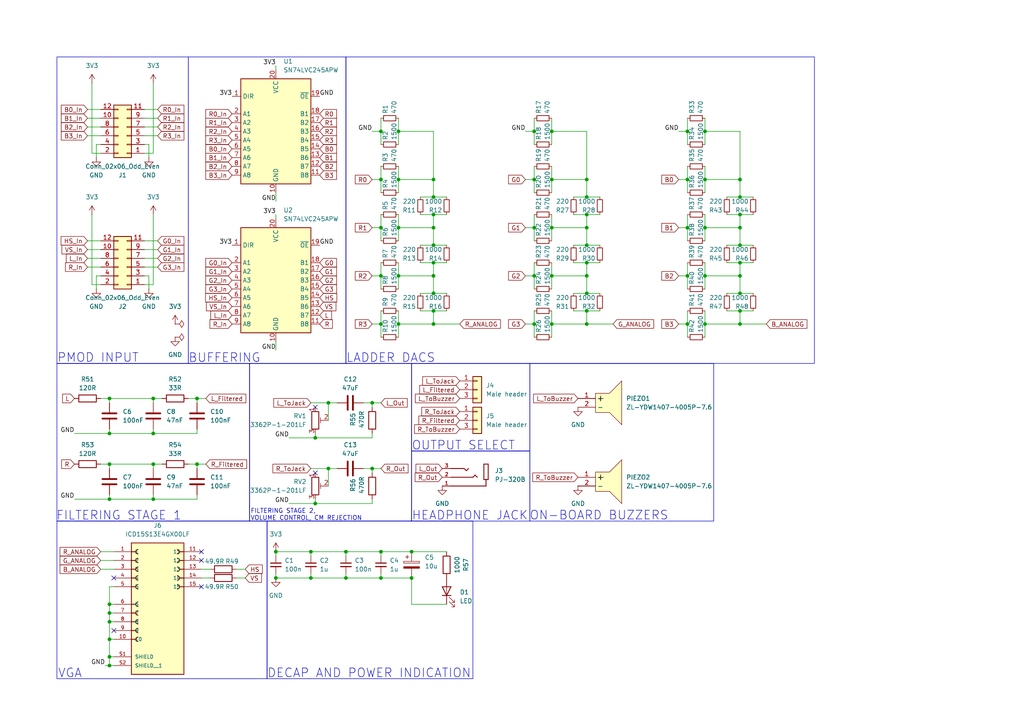
<source format=kicad_sch>
(kicad_sch (version 20231120) (generator "eeschema") (generator_version "8.0")
  (paper "A4")
  (junction (at 160.02 80.01))
  (junction (at 204.47 66.04))
  (junction (at 115.57 38.1))
  (junction (at 119.38 160.02))
  (junction (at 91.44 127))
  (junction (at 100.33 160.02))
  (junction (at 90.17 160.02))
  (junction (at 160.02 93.98))
  (junction (at 199.39 93.98))
  (junction (at 214.63 57.15))
  (junction (at 154.94 66.04))
  (junction (at 170.18 62.23))
  (junction (at 107.95 135.89))
  (junction (at 160.02 52.07))
  (junction (at 160.02 66.04))
  (junction (at 31.75 144.78))
  (junction (at 44.45 144.78))
  (junction (at 154.94 52.07))
  (junction (at 170.18 52.07))
  (junction (at 170.18 90.17))
  (junction (at 214.63 93.98))
  (junction (at 95.25 135.89))
  (junction (at 31.75 115.57))
  (junction (at 204.47 80.01))
  (junction (at 214.63 52.07))
  (junction (at 31.75 175.26))
  (junction (at 160.02 38.1))
  (junction (at 214.63 66.04))
  (junction (at 90.17 167.64))
  (junction (at 170.18 85.09))
  (junction (at 31.75 125.73))
  (junction (at 31.75 190.5))
  (junction (at 170.18 71.12))
  (junction (at 125.73 90.17))
  (junction (at 115.57 66.04))
  (junction (at 57.15 115.57))
  (junction (at 125.73 52.07))
  (junction (at 107.95 116.84))
  (junction (at 199.39 52.07))
  (junction (at 199.39 80.01))
  (junction (at 214.63 71.12))
  (junction (at 154.94 93.98))
  (junction (at 91.44 146.05))
  (junction (at 110.49 160.02))
  (junction (at 125.73 71.12))
  (junction (at 199.39 38.1))
  (junction (at 95.25 116.84))
  (junction (at 125.73 57.15))
  (junction (at 110.49 167.64))
  (junction (at 119.38 167.64))
  (junction (at 204.47 93.98))
  (junction (at 115.57 80.01))
  (junction (at 125.73 66.04))
  (junction (at 110.49 52.07))
  (junction (at 100.33 167.64))
  (junction (at 125.73 85.09))
  (junction (at 214.63 90.17))
  (junction (at 80.01 160.02))
  (junction (at 170.18 66.04))
  (junction (at 31.75 185.42))
  (junction (at 170.18 93.98))
  (junction (at 125.73 93.98))
  (junction (at 214.63 80.01))
  (junction (at 44.45 115.57))
  (junction (at 170.18 76.2))
  (junction (at 125.73 62.23))
  (junction (at 110.49 66.04))
  (junction (at 170.18 80.01))
  (junction (at 31.75 134.62))
  (junction (at 204.47 38.1))
  (junction (at 31.75 177.8))
  (junction (at 110.49 93.98))
  (junction (at 170.18 57.15))
  (junction (at 57.15 134.62))
  (junction (at 115.57 52.07))
  (junction (at 31.75 193.04))
  (junction (at 125.73 76.2))
  (junction (at 214.63 62.23))
  (junction (at 214.63 85.09))
  (junction (at 154.94 80.01))
  (junction (at 110.49 80.01))
  (junction (at 31.75 180.34))
  (junction (at 44.45 125.73))
  (junction (at 125.73 80.01))
  (junction (at 204.47 52.07))
  (junction (at 44.45 134.62))
  (junction (at 154.94 38.1))
  (junction (at 115.57 93.98))
  (junction (at 214.63 76.2))
  (junction (at 80.01 167.64))
  (junction (at 110.49 38.1))
  (junction (at 199.39 66.04))
  (no_connect (at 33.02 167.64))
  (no_connect (at 58.42 162.56))
  (no_connect (at 58.42 170.18))
  (no_connect (at 91.44 118.11))
  (no_connect (at 58.42 160.02))
  (no_connect (at 91.44 137.16))
  (no_connect (at 33.02 182.88))
  (wire (pts (xy 31.75 177.8) (xy 31.75 180.34)))
  (wire (pts (xy 214.63 90.17) (xy 214.63 93.98)))
  (wire (pts (xy 29.21 162.56) (xy 33.02 162.56)))
  (wire (pts (xy 160.02 97.79) (xy 160.02 93.98)))
  (wire (pts (xy 214.63 76.2) (xy 210.82 76.2)))
  (wire (pts (xy 41.91 31.75) (xy 45.72 31.75)))
  (wire (pts (xy 110.49 69.85) (xy 110.49 66.04)))
  (wire (pts (xy 90.17 160.02) (xy 100.33 160.02)))
  (wire (pts (xy 95.25 135.89) (xy 95.25 140.97)))
  (wire (pts (xy 80.01 160.02) (xy 80.01 161.29)))
  (wire (pts (xy 110.49 97.79) (xy 110.49 93.98)))
  (wire (pts (xy 115.57 38.1) (xy 115.57 34.29)))
  (wire (pts (xy 110.49 41.91) (xy 110.49 38.1)))
  (wire (pts (xy 25.4 39.37) (xy 29.21 39.37)))
  (wire (pts (xy 41.91 39.37) (xy 45.72 39.37)))
  (wire (pts (xy 119.38 175.26) (xy 119.38 167.64)))
  (wire (pts (xy 29.21 160.02) (xy 33.02 160.02)))
  (wire (pts (xy 115.57 52.07) (xy 125.73 52.07)))
  (wire (pts (xy 214.63 38.1) (xy 204.47 38.1)))
  (wire (pts (xy 160.02 80.01) (xy 170.18 80.01)))
  (wire (pts (xy 170.18 90.17) (xy 166.37 90.17)))
  (wire (pts (xy 41.91 72.39) (xy 45.72 72.39)))
  (wire (pts (xy 43.18 80.01) (xy 41.91 80.01)))
  (wire (pts (xy 170.18 38.1) (xy 170.18 52.07)))
  (wire (pts (xy 31.75 143.51) (xy 31.75 144.78)))
  (wire (pts (xy 25.4 72.39) (xy 29.21 72.39)))
  (wire (pts (xy 199.39 41.91) (xy 199.39 38.1)))
  (wire (pts (xy 95.25 116.84) (xy 95.25 121.92)))
  (wire (pts (xy 80.01 58.42) (xy 80.01 55.88)))
  (wire (pts (xy 160.02 55.88) (xy 160.02 52.07)))
  (wire (pts (xy 110.49 160.02) (xy 119.38 160.02)))
  (wire (pts (xy 199.39 38.1) (xy 199.39 34.29)))
  (wire (pts (xy 21.59 125.73) (xy 31.75 125.73)))
  (wire (pts (xy 199.39 80.01) (xy 199.39 76.2)))
  (wire (pts (xy 31.75 185.42) (xy 33.02 185.42)))
  (wire (pts (xy 91.44 127) (xy 107.95 127)))
  (wire (pts (xy 25.4 69.85) (xy 29.21 69.85)))
  (wire (pts (xy 41.91 36.83) (xy 45.72 36.83)))
  (wire (pts (xy 29.21 134.62) (xy 31.75 134.62)))
  (wire (pts (xy 196.85 66.04) (xy 199.39 66.04)))
  (wire (pts (xy 54.61 134.62) (xy 57.15 134.62)))
  (wire (pts (xy 170.18 90.17) (xy 170.18 93.98)))
  (wire (pts (xy 41.91 69.85) (xy 45.72 69.85)))
  (wire (pts (xy 173.99 71.12) (xy 170.18 71.12)))
  (wire (pts (xy 170.18 71.12) (xy 166.37 71.12)))
  (wire (pts (xy 91.44 125.73) (xy 91.44 127)))
  (wire (pts (xy 105.41 135.89) (xy 107.95 135.89)))
  (wire (pts (xy 125.73 57.15) (xy 121.92 57.15)))
  (wire (pts (xy 154.94 41.91) (xy 154.94 38.1)))
  (wire (pts (xy 154.94 52.07) (xy 154.94 48.26)))
  (wire (pts (xy 107.95 135.89) (xy 110.49 135.89)))
  (wire (pts (xy 129.54 90.17) (xy 125.73 90.17)))
  (wire (pts (xy 26.67 82.55) (xy 29.21 82.55)))
  (wire (pts (xy 125.73 66.04) (xy 125.73 71.12)))
  (wire (pts (xy 160.02 69.85) (xy 160.02 66.04)))
  (wire (pts (xy 170.18 62.23) (xy 166.37 62.23)))
  (wire (pts (xy 170.18 80.01) (xy 170.18 85.09)))
  (wire (pts (xy 214.63 93.98) (xy 222.25 93.98)))
  (wire (pts (xy 199.39 52.07) (xy 199.39 48.26)))
  (wire (pts (xy 100.33 160.02) (xy 100.33 161.29)))
  (wire (pts (xy 107.95 38.1) (xy 110.49 38.1)))
  (wire (pts (xy 83.82 127) (xy 91.44 127)))
  (wire (pts (xy 214.63 57.15) (xy 210.82 57.15)))
  (wire (pts (xy 115.57 80.01) (xy 115.57 76.2)))
  (wire (pts (xy 100.33 167.64) (xy 110.49 167.64)))
  (wire (pts (xy 26.67 24.13) (xy 26.67 44.45)))
  (wire (pts (xy 27.94 41.91) (xy 27.94 45.72)))
  (wire (pts (xy 107.95 93.98) (xy 110.49 93.98)))
  (wire (pts (xy 107.95 116.84) (xy 107.95 118.11)))
  (wire (pts (xy 31.75 134.62) (xy 44.45 134.62)))
  (wire (pts (xy 199.39 93.98) (xy 199.39 90.17)))
  (wire (pts (xy 110.49 80.01) (xy 110.49 76.2)))
  (wire (pts (xy 115.57 55.88) (xy 115.57 52.07)))
  (wire (pts (xy 91.44 144.78) (xy 91.44 146.05)))
  (wire (pts (xy 105.41 116.84) (xy 107.95 116.84)))
  (wire (pts (xy 54.61 115.57) (xy 57.15 115.57)))
  (wire (pts (xy 160.02 93.98) (xy 170.18 93.98)))
  (wire (pts (xy 25.4 77.47) (xy 29.21 77.47)))
  (wire (pts (xy 214.63 66.04) (xy 214.63 71.12)))
  (wire (pts (xy 110.49 167.64) (xy 110.49 166.37)))
  (wire (pts (xy 44.45 44.45) (xy 41.91 44.45)))
  (wire (pts (xy 214.63 62.23) (xy 214.63 66.04)))
  (wire (pts (xy 57.15 115.57) (xy 59.69 115.57)))
  (wire (pts (xy 218.44 57.15) (xy 214.63 57.15)))
  (wire (pts (xy 31.75 185.42) (xy 31.75 190.5)))
  (wire (pts (xy 218.44 62.23) (xy 214.63 62.23)))
  (wire (pts (xy 204.47 66.04) (xy 214.63 66.04)))
  (wire (pts (xy 44.45 24.13) (xy 44.45 44.45)))
  (wire (pts (xy 31.75 180.34) (xy 33.02 180.34)))
  (wire (pts (xy 170.18 76.2) (xy 170.18 80.01)))
  (wire (pts (xy 41.91 77.47) (xy 45.72 77.47)))
  (wire (pts (xy 95.25 135.89) (xy 97.79 135.89)))
  (wire (pts (xy 154.94 38.1) (xy 154.94 34.29)))
  (wire (pts (xy 154.94 55.88) (xy 154.94 52.07)))
  (wire (pts (xy 110.49 55.88) (xy 110.49 52.07)))
  (wire (pts (xy 160.02 93.98) (xy 160.02 90.17)))
  (wire (pts (xy 196.85 93.98) (xy 199.39 93.98)))
  (wire (pts (xy 60.96 167.64) (xy 58.42 167.64)))
  (wire (pts (xy 125.73 90.17) (xy 121.92 90.17)))
  (wire (pts (xy 31.75 193.04) (xy 33.02 193.04)))
  (wire (pts (xy 57.15 124.46) (xy 57.15 125.73)))
  (wire (pts (xy 152.4 52.07) (xy 154.94 52.07)))
  (wire (pts (xy 44.45 125.73) (xy 57.15 125.73)))
  (wire (pts (xy 91.44 146.05) (xy 107.95 146.05)))
  (wire (pts (xy 27.94 80.01) (xy 27.94 83.82)))
  (wire (pts (xy 110.49 93.98) (xy 110.49 90.17)))
  (wire (pts (xy 214.63 80.01) (xy 214.63 85.09)))
  (wire (pts (xy 115.57 93.98) (xy 115.57 90.17)))
  (wire (pts (xy 154.94 83.82) (xy 154.94 80.01)))
  (wire (pts (xy 29.21 80.01) (xy 27.94 80.01)))
  (wire (pts (xy 154.94 80.01) (xy 154.94 76.2)))
  (wire (pts (xy 31.75 190.5) (xy 31.75 193.04)))
  (wire (pts (xy 125.73 85.09) (xy 121.92 85.09)))
  (wire (pts (xy 31.75 125.73) (xy 44.45 125.73)))
  (wire (pts (xy 44.45 143.51) (xy 44.45 144.78)))
  (wire (pts (xy 31.75 124.46) (xy 31.75 125.73)))
  (wire (pts (xy 43.18 41.91) (xy 43.18 45.72)))
  (wire (pts (xy 204.47 80.01) (xy 214.63 80.01)))
  (wire (pts (xy 129.54 85.09) (xy 125.73 85.09)))
  (wire (pts (xy 27.94 41.91) (xy 29.21 41.91)))
  (wire (pts (xy 31.75 144.78) (xy 44.45 144.78)))
  (wire (pts (xy 170.18 66.04) (xy 170.18 71.12)))
  (wire (pts (xy 31.75 115.57) (xy 44.45 115.57)))
  (wire (pts (xy 80.01 167.64) (xy 90.17 167.64)))
  (wire (pts (xy 33.02 170.18) (xy 31.75 170.18)))
  (wire (pts (xy 160.02 83.82) (xy 160.02 80.01)))
  (wire (pts (xy 80.01 19.05) (xy 80.01 20.32)))
  (wire (pts (xy 57.15 143.51) (xy 57.15 144.78)))
  (wire (pts (xy 125.73 52.07) (xy 125.73 57.15)))
  (wire (pts (xy 110.49 38.1) (xy 110.49 34.29)))
  (wire (pts (xy 204.47 66.04) (xy 204.47 62.23)))
  (wire (pts (xy 154.94 97.79) (xy 154.94 93.98)))
  (wire (pts (xy 129.54 57.15) (xy 125.73 57.15)))
  (wire (pts (xy 204.47 55.88) (xy 204.47 52.07)))
  (wire (pts (xy 60.96 165.1) (xy 58.42 165.1)))
  (wire (pts (xy 107.95 66.04) (xy 110.49 66.04)))
  (wire (pts (xy 80.01 160.02) (xy 90.17 160.02)))
  (wire (pts (xy 129.54 62.23) (xy 125.73 62.23)))
  (wire (pts (xy 115.57 97.79) (xy 115.57 93.98)))
  (wire (pts (xy 57.15 134.62) (xy 57.15 135.89)))
  (wire (pts (xy 218.44 76.2) (xy 214.63 76.2)))
  (wire (pts (xy 204.47 83.82) (xy 204.47 80.01)))
  (wire (pts (xy 115.57 83.82) (xy 115.57 80.01)))
  (wire (pts (xy 152.4 93.98) (xy 154.94 93.98)))
  (wire (pts (xy 218.44 90.17) (xy 214.63 90.17)))
  (wire (pts (xy 204.47 69.85) (xy 204.47 66.04)))
  (wire (pts (xy 44.45 134.62) (xy 46.99 134.62)))
  (wire (pts (xy 110.49 160.02) (xy 110.49 161.29)))
  (wire (pts (xy 125.73 38.1) (xy 115.57 38.1)))
  (wire (pts (xy 30.48 193.04) (xy 31.75 193.04)))
  (wire (pts (xy 214.63 76.2) (xy 214.63 80.01)))
  (wire (pts (xy 25.4 36.83) (xy 29.21 36.83)))
  (wire (pts (xy 90.17 167.64) (xy 100.33 167.64)))
  (wire (pts (xy 214.63 62.23) (xy 210.82 62.23)))
  (wire (pts (xy 31.75 135.89) (xy 31.75 134.62)))
  (wire (pts (xy 115.57 69.85) (xy 115.57 66.04)))
  (wire (pts (xy 71.12 165.1) (xy 68.58 165.1)))
  (wire (pts (xy 170.18 93.98) (xy 177.8 93.98)))
  (wire (pts (xy 33.02 190.5) (xy 31.75 190.5)))
  (wire (pts (xy 107.95 125.73) (xy 107.95 127)))
  (wire (pts (xy 160.02 66.04) (xy 160.02 62.23)))
  (wire (pts (xy 44.45 134.62) (xy 44.45 135.89)))
  (wire (pts (xy 170.18 85.09) (xy 166.37 85.09)))
  (wire (pts (xy 95.25 116.84) (xy 97.79 116.84)))
  (wire (pts (xy 154.94 93.98) (xy 154.94 90.17)))
  (wire (pts (xy 160.02 80.01) (xy 160.02 76.2)))
  (wire (pts (xy 115.57 41.91) (xy 115.57 38.1)))
  (wire (pts (xy 170.18 76.2) (xy 166.37 76.2)))
  (wire (pts (xy 115.57 52.07) (xy 115.57 48.26)))
  (wire (pts (xy 204.47 41.91) (xy 204.47 38.1)))
  (wire (pts (xy 173.99 90.17) (xy 170.18 90.17)))
  (wire (pts (xy 160.02 38.1) (xy 160.02 34.29)))
  (wire (pts (xy 204.47 80.01) (xy 204.47 76.2)))
  (wire (pts (xy 125.73 71.12) (xy 121.92 71.12)))
  (wire (pts (xy 44.45 115.57) (xy 44.45 116.84)))
  (wire (pts (xy 214.63 52.07) (xy 214.63 57.15)))
  (wire (pts (xy 199.39 55.88) (xy 199.39 52.07)))
  (wire (pts (xy 25.4 74.93) (xy 29.21 74.93)))
  (wire (pts (xy 125.73 80.01) (xy 125.73 85.09)))
  (wire (pts (xy 44.45 82.55) (xy 41.91 82.55)))
  (wire (pts (xy 125.73 76.2) (xy 125.73 80.01)))
  (wire (pts (xy 115.57 80.01) (xy 125.73 80.01)))
  (wire (pts (xy 204.47 52.07) (xy 204.47 48.26)))
  (wire (pts (xy 204.47 38.1) (xy 204.47 34.29)))
  (wire (pts (xy 129.54 71.12) (xy 125.73 71.12)))
  (wire (pts (xy 90.17 160.02) (xy 90.17 161.29)))
  (wire (pts (xy 199.39 69.85) (xy 199.39 66.04)))
  (wire (pts (xy 173.99 62.23) (xy 170.18 62.23)))
  (wire (pts (xy 31.75 175.26) (xy 33.02 175.26)))
  (wire (pts (xy 31.75 177.8) (xy 33.02 177.8)))
  (wire (pts (xy 21.59 144.78) (xy 31.75 144.78)))
  (wire (pts (xy 125.73 62.23) (xy 121.92 62.23)))
  (wire (pts (xy 204.47 93.98) (xy 204.47 90.17)))
  (wire (pts (xy 31.75 116.84) (xy 31.75 115.57)))
  (wire (pts (xy 57.15 115.57) (xy 57.15 116.84)))
  (wire (pts (xy 25.4 34.29) (xy 29.21 34.29)))
  (wire (pts (xy 160.02 52.07) (xy 170.18 52.07)))
  (wire (pts (xy 152.4 38.1) (xy 154.94 38.1)))
  (wire (pts (xy 196.85 38.1) (xy 199.39 38.1)))
  (wire (pts (xy 41.91 74.93) (xy 45.72 74.93)))
  (wire (pts (xy 173.99 57.15) (xy 170.18 57.15)))
  (wire (pts (xy 125.73 62.23) (xy 125.73 66.04)))
  (wire (pts (xy 44.45 62.23) (xy 44.45 82.55)))
  (wire (pts (xy 125.73 76.2) (xy 121.92 76.2)))
  (wire (pts (xy 218.44 71.12) (xy 214.63 71.12)))
  (wire (pts (xy 173.99 85.09) (xy 170.18 85.09)))
  (wire (pts (xy 160.02 52.07) (xy 160.02 48.26)))
  (wire (pts (xy 26.67 44.45) (xy 29.21 44.45)))
  (wire (pts (xy 90.17 116.84) (xy 95.25 116.84)))
  (wire (pts (xy 129.54 76.2) (xy 125.73 76.2)))
  (wire (pts (xy 115.57 66.04) (xy 125.73 66.04)))
  (wire (pts (xy 41.91 34.29) (xy 45.72 34.29)))
  (wire (pts (xy 107.95 52.07) (xy 110.49 52.07)))
  (wire (pts (xy 199.39 97.79) (xy 199.39 93.98)))
  (wire (pts (xy 115.57 66.04) (xy 115.57 62.23)))
  (wire (pts (xy 31.75 180.34) (xy 31.75 185.42)))
  (wire (pts (xy 29.21 115.57) (xy 31.75 115.57)))
  (wire (pts (xy 31.75 175.26) (xy 31.75 177.8)))
  (wire (pts (xy 199.39 66.04) (xy 199.39 62.23)))
  (wire (pts (xy 43.18 41.91) (xy 41.91 41.91)))
  (wire (pts (xy 80.01 62.23) (xy 80.01 63.5)))
  (wire (pts (xy 160.02 66.04) (xy 170.18 66.04)))
  (wire (pts (xy 44.45 115.57) (xy 46.99 115.57)))
  (wire (pts (xy 154.94 66.04) (xy 154.94 62.23)))
  (wire (pts (xy 110.49 83.82) (xy 110.49 80.01)))
  (wire (pts (xy 214.63 90.17) (xy 210.82 90.17)))
  (wire (pts (xy 71.12 167.64) (xy 68.58 167.64)))
  (wire (pts (xy 125.73 93.98) (xy 133.35 93.98)))
  (wire (pts (xy 214.63 38.1) (xy 214.63 52.07)))
  (wire (pts (xy 90.17 167.64) (xy 90.17 166.37)))
  (wire (pts (xy 80.01 167.64) (xy 80.01 166.37)))
  (wire (pts (xy 119.38 160.02) (xy 129.54 160.02)))
  (wire (pts (xy 83.82 146.05) (xy 91.44 146.05)))
  (wire (pts (xy 214.63 85.09) (xy 210.82 85.09)))
  (wire (pts (xy 204.47 97.79) (xy 204.47 93.98)))
  (wire (pts (xy 204.47 93.98) (xy 214.63 93.98)))
  (wire (pts (xy 29.21 165.1) (xy 33.02 165.1)))
  (wire (pts (xy 43.18 80.01) (xy 43.18 83.82)))
  (wire (pts (xy 199.39 83.82) (xy 199.39 80.01)))
  (wire (pts (xy 110.49 167.64) (xy 119.38 167.64)))
  (wire (pts (xy 110.49 66.04) (xy 110.49 62.23)))
  (wire (pts (xy 152.4 66.04) (xy 154.94 66.04)))
  (wire (pts (xy 152.4 80.01) (xy 154.94 80.01)))
  (wire (pts (xy 170.18 57.15) (xy 166.37 57.15)))
  (wire (pts (xy 107.95 116.84) (xy 110.49 116.84)))
  (wire (pts (xy 129.54 175.26) (xy 119.38 175.26)))
  (wire (pts (xy 196.85 52.07) (xy 199.39 52.07)))
  (wire (pts (xy 31.75 170.18) (xy 31.75 175.26)))
  (wire (pts (xy 125.73 38.1) (xy 125.73 52.07)))
  (wire (pts (xy 196.85 80.01) (xy 199.39 80.01)))
  (wire (pts (xy 204.47 52.07) (xy 214.63 52.07)))
  (wire (pts (xy 107.95 144.78) (xy 107.95 146.05)))
  (wire (pts (xy 25.4 31.75) (xy 29.21 31.75)))
  (wire (pts (xy 107.95 135.89) (xy 107.95 137.16)))
  (wire (pts (xy 26.67 62.23) (xy 26.67 82.55)))
  (wire (pts (xy 173.99 76.2) (xy 170.18 76.2)))
  (wire (pts (xy 100.33 167.64) (xy 100.33 166.37)))
  (wire (pts (xy 57.15 134.62) (xy 59.69 134.62)))
  (wire (pts (xy 154.94 69.85) (xy 154.94 66.04)))
  (wire (pts (xy 214.63 71.12) (xy 210.82 71.12)))
  (wire (pts (xy 107.95 80.01) (xy 110.49 80.01)))
  (wire (pts (xy 44.45 124.46) (xy 44.45 125.73)))
  (wire (pts (xy 170.18 38.1) (xy 160.02 38.1)))
  (wire (pts (xy 110.49 52.07) (xy 110.49 48.26)))
  (wire (pts (xy 115.57 93.98) (xy 125.73 93.98)))
  (wire (pts (xy 125.73 90.17) (xy 125.73 93.98)))
  (wire (pts (xy 160.02 41.91) (xy 160.02 38.1)))
  (wire (pts (xy 44.45 144.78) (xy 57.15 144.78)))
  (wire (pts (xy 80.01 99.06) (xy 80.01 101.6)))
  (wire (pts (xy 170.18 52.07) (xy 170.18 57.15)))
  (wire (pts (xy 218.44 85.09) (xy 214.63 85.09)))
  (wire (pts (xy 90.17 135.89) (xy 95.25 135.89)))
  (wire (pts (xy 170.18 62.23) (xy 170.18 66.04)))
  (wire (pts (xy 100.33 160.02) (xy 110.49 160.02)))
  (rectangle (start 16.51 151.13) (end 77.47 196.85))
  (rectangle (start 119.38 130.81) (end 153.67 151.13))
  (rectangle (start 16.51 105.41) (end 72.39 151.13))
  (rectangle (start 72.39 105.41) (end 119.38 151.13))
  (rectangle (start 16.51 16.51) (end 54.61 105.41))
  (rectangle (start 100.33 16.51) (end 236.22 105.41))
  (rectangle (start 153.67 105.41) (end 207.01 151.13))
  (rectangle (start 119.38 105.41) (end 153.67 130.81))
  (rectangle (start 54.61 16.51) (end 100.33 105.41))
  (rectangle (start 77.47 151.13) (end 137.16 196.85))
  (text "BUFFERING\n" (at 54.61 105.41 0) (effects (font (size 2.54 2.54)) (justify left bottom)))
  (text "PMOD INPUT" (at 28.448 103.886 0) (effects (font (size 2.54 2.54))))
  (text "LADDER DACS" (at 100.33 105.41 0) (effects (font (size 2.54 2.54)) (justify left bottom)))
  (text "FILTERING STAGE 2,\nVOLUME CONTROL, CM REJECTION" (at 72.644 151.13 0) (effects (font (size 1.27 1.27)) (justify left bottom)))
  (text "DECAP AND POWER INDICATION" (at 77.47 196.85 0) (effects (font (size 2.54 2.54)) (justify left bottom)))
  (text "HEADPHONE JACK" (at 119.38 151.13 0) (effects (font (size 2.54 2.54)) (justify left bottom)))
  (text "OUTPUT SELECT" (at 119.38 130.81 0) (effects (font (size 2.54 2.54)) (justify left bottom)))
  (text "VGA" (at 16.764 196.85 0) (effects (font (size 2.54 2.54)) (justify left bottom)))
  (text "ON-BOARD BUZZERS" (at 173.736 149.606 0) (effects (font (size 2.54 2.54))))
  (text "FILTERING STAGE 1" (at 16.256 151.13 0) (effects (font (size 2.54 2.54)) (justify left bottom)))
  (label "3V3" (at 67.31 27.94 180))
  (label "GND" (at 21.59 144.78 180))
  (label "GND" (at 21.59 125.73 180))
  (label "GND" (at 92.71 71.12 0))
  (label "3V3" (at 67.31 71.12 180))
  (label "GND" (at 80.01 58.42 180))
  (label "GND" (at 80.01 101.6 180))
  (label "3V3" (at 80.01 19.05 180))
  (label "GND" (at 152.4 38.1 180))
  (label "GND" (at 92.71 27.94 0))
  (label "GND" (at 107.95 38.1 180))
  (label "GND" (at 30.48 193.04 180))
  (label "GND" (at 196.85 38.1 180))
  (label "GND" (at 83.82 146.05 180))
  (label "GND" (at 83.82 127 180))
  (label "3V3" (at 80.01 62.23 180))
  (global_label "R1_In" (shape input) (at 45.72 34.29 0) (property "Intersheetrefs" "${INTERSHEET_REFS}" (effects (hide yes))))
  (global_label "L_ToBuzzer" (shape input) (at 133.35 115.57 180) (property "Intersheetrefs" "${INTERSHEET_REFS}" (effects (hide yes))))
  (global_label "B3_In" (shape input) (at 67.31 50.8 180) (property "Intersheetrefs" "${INTERSHEET_REFS}" (effects (hide yes))))
  (global_label "R0_In" (shape input) (at 67.31 33.02 180) (property "Intersheetrefs" "${INTERSHEET_REFS}" (effects (hide yes))))
  (global_label "HS" (shape input) (at 92.71 86.36 0) (property "Intersheetrefs" "${INTERSHEET_REFS}" (effects (hide yes))))
  (global_label "R1" (shape input) (at 107.95 66.04 180) (property "Intersheetrefs" "${INTERSHEET_REFS}" (effects (hide yes))))
  (global_label "L_ToBuzzer" (shape input) (at 167.64 115.57 180) (property "Intersheetrefs" "${INTERSHEET_REFS}" (effects (hide yes))))
  (global_label "B1" (shape input) (at 196.85 66.04 180) (property "Intersheetrefs" "${INTERSHEET_REFS}" (effects (hide yes))))
  (global_label "G1_In" (shape input) (at 67.31 78.74 180) (property "Intersheetrefs" "${INTERSHEET_REFS}" (effects (hide yes))))
  (global_label "B2" (shape input) (at 196.85 80.01 180) (property "Intersheetrefs" "${INTERSHEET_REFS}" (effects (hide yes))))
  (global_label "L_Out" (shape input) (at 128.27 135.89 180) (property "Intersheetrefs" "${INTERSHEET_REFS}" (effects (hide yes))))
  (global_label "L" (shape input) (at 92.71 91.44 0) (property "Intersheetrefs" "${INTERSHEET_REFS}" (effects (hide yes))))
  (global_label "L_Filtered" (shape input) (at 133.35 113.03 180) (property "Intersheetrefs" "${INTERSHEET_REFS}" (effects (hide yes))))
  (global_label "G_ANALOG" (shape input) (at 29.21 162.56 180) (property "Intersheetrefs" "${INTERSHEET_REFS}" (effects (hide yes))))
  (global_label "G0" (shape input) (at 152.4 52.07 180) (property "Intersheetrefs" "${INTERSHEET_REFS}" (effects (hide yes))))
  (global_label "R_ToJack" (shape input) (at 90.17 135.89 180) (property "Intersheetrefs" "${INTERSHEET_REFS}" (effects (hide yes))))
  (global_label "HS" (shape input) (at 71.12 165.1 0) (property "Intersheetrefs" "${INTERSHEET_REFS}" (effects (hide yes))))
  (global_label "L" (shape input) (at 21.59 115.57 180) (property "Intersheetrefs" "${INTERSHEET_REFS}" (effects (hide yes))))
  (global_label "VS_In" (shape input) (at 25.4 72.39 180) (property "Intersheetrefs" "${INTERSHEET_REFS}" (effects (hide yes))))
  (global_label "G1" (shape input) (at 92.71 78.74 0) (property "Intersheetrefs" "${INTERSHEET_REFS}" (effects (hide yes))))
  (global_label "R3_In" (shape input) (at 67.31 40.64 180) (property "Intersheetrefs" "${INTERSHEET_REFS}" (effects (hide yes))))
  (global_label "R_Out" (shape input) (at 128.27 138.43 180) (property "Intersheetrefs" "${INTERSHEET_REFS}" (effects (hide yes))))
  (global_label "L_ToJack" (shape input) (at 133.35 110.49 180) (property "Intersheetrefs" "${INTERSHEET_REFS}" (effects (hide yes))))
  (global_label "R" (shape input) (at 92.71 93.98 0) (property "Intersheetrefs" "${INTERSHEET_REFS}" (effects (hide yes))))
  (global_label "B2_In" (shape input) (at 25.4 36.83 180) (property "Intersheetrefs" "${INTERSHEET_REFS}" (effects (hide yes))))
  (global_label "G2_In" (shape input) (at 45.72 74.93 0) (property "Intersheetrefs" "${INTERSHEET_REFS}" (effects (hide yes))))
  (global_label "G3_In" (shape input) (at 45.72 77.47 0) (property "Intersheetrefs" "${INTERSHEET_REFS}" (effects (hide yes))))
  (global_label "R2_In" (shape input) (at 67.31 38.1 180) (property "Intersheetrefs" "${INTERSHEET_REFS}" (effects (hide yes))))
  (global_label "G2_In" (shape input) (at 67.31 81.28 180) (property "Intersheetrefs" "${INTERSHEET_REFS}" (effects (hide yes))))
  (global_label "R3" (shape input) (at 92.71 40.64 0) (property "Intersheetrefs" "${INTERSHEET_REFS}" (effects (hide yes))))
  (global_label "R_ToJack" (shape input) (at 133.35 119.38 180) (property "Intersheetrefs" "${INTERSHEET_REFS}" (effects (hide yes))))
  (global_label "G2" (shape input) (at 92.71 81.28 0) (property "Intersheetrefs" "${INTERSHEET_REFS}" (effects (hide yes))))
  (global_label "B2_In" (shape input) (at 67.31 48.26 180) (property "Intersheetrefs" "${INTERSHEET_REFS}" (effects (hide yes))))
  (global_label "R_Out" (shape input) (at 110.49 135.89 0) (property "Intersheetrefs" "${INTERSHEET_REFS}" (effects (hide yes))))
  (global_label "R0" (shape input) (at 92.71 33.02 0) (property "Intersheetrefs" "${INTERSHEET_REFS}" (effects (hide yes))))
  (global_label "HS_In" (shape input) (at 67.31 86.36 180) (property "Intersheetrefs" "${INTERSHEET_REFS}" (effects (hide yes))))
  (global_label "L_ToJack" (shape input) (at 90.17 116.84 180) (property "Intersheetrefs" "${INTERSHEET_REFS}" (effects (hide yes))))
  (global_label "B3_In" (shape input) (at 25.4 39.37 180) (property "Intersheetrefs" "${INTERSHEET_REFS}" (effects (hide yes))))
  (global_label "R_In" (shape input) (at 25.4 77.47 180) (property "Intersheetrefs" "${INTERSHEET_REFS}" (effects (hide yes))))
  (global_label "B3" (shape input) (at 196.85 93.98 180) (property "Intersheetrefs" "${INTERSHEET_REFS}" (effects (hide yes))))
  (global_label "B1_In" (shape input) (at 25.4 34.29 180) (property "Intersheetrefs" "${INTERSHEET_REFS}" (effects (hide yes))))
  (global_label "R_In" (shape input) (at 67.31 93.98 180) (property "Intersheetrefs" "${INTERSHEET_REFS}" (effects (hide yes))))
  (global_label "R3_In" (shape input) (at 45.72 39.37 0) (property "Intersheetrefs" "${INTERSHEET_REFS}" (effects (hide yes))))
  (global_label "G3" (shape input) (at 92.71 83.82 0) (property "Intersheetrefs" "${INTERSHEET_REFS}" (effects (hide yes))))
  (global_label "B_ANALOG" (shape input) (at 29.21 165.1 180) (property "Intersheetrefs" "${INTERSHEET_REFS}" (effects (hide yes))))
  (global_label "R_ToBuzzer" (shape input) (at 133.35 124.46 180) (property "Intersheetrefs" "${INTERSHEET_REFS}" (effects (hide yes))))
  (global_label "G3" (shape input) (at 152.4 93.98 180) (property "Intersheetrefs" "${INTERSHEET_REFS}" (effects (hide yes))))
  (global_label "VS" (shape input) (at 71.12 167.64 0) (property "Intersheetrefs" "${INTERSHEET_REFS}" (effects (hide yes))))
  (global_label "B1_In" (shape input) (at 67.31 45.72 180) (property "Intersheetrefs" "${INTERSHEET_REFS}" (effects (hide yes))))
  (global_label "G1_In" (shape input) (at 45.72 72.39 0) (property "Intersheetrefs" "${INTERSHEET_REFS}" (effects (hide yes))))
  (global_label "R2_In" (shape input) (at 45.72 36.83 0) (property "Intersheetrefs" "${INTERSHEET_REFS}" (effects (hide yes))))
  (global_label "R1" (shape input) (at 92.71 35.56 0) (property "Intersheetrefs" "${INTERSHEET_REFS}" (effects (hide yes))))
  (global_label "R3" (shape input) (at 107.95 93.98 180) (property "Intersheetrefs" "${INTERSHEET_REFS}" (effects (hide yes))))
  (global_label "R1_In" (shape input) (at 67.31 35.56 180) (property "Intersheetrefs" "${INTERSHEET_REFS}" (effects (hide yes))))
  (global_label "R_Filtered" (shape input) (at 59.69 134.62 0) (property "Intersheetrefs" "${INTERSHEET_REFS}" (effects (hide yes))))
  (global_label "R2" (shape input) (at 92.71 38.1 0) (property "Intersheetrefs" "${INTERSHEET_REFS}" (effects (hide yes))))
  (global_label "G0" (shape input) (at 92.71 76.2 0) (property "Intersheetrefs" "${INTERSHEET_REFS}" (effects (hide yes))))
  (global_label "HS_In" (shape input) (at 25.4 69.85 180) (property "Intersheetrefs" "${INTERSHEET_REFS}" (effects (hide yes))))
  (global_label "R_ANALOG" (shape input) (at 29.21 160.02 180) (property "Intersheetrefs" "${INTERSHEET_REFS}" (effects (hide yes))))
  (global_label "VS" (shape input) (at 92.71 88.9 0) (property "Intersheetrefs" "${INTERSHEET_REFS}" (effects (hide yes))))
  (global_label "R_ANALOG" (shape input) (at 133.35 93.98 0) (property "Intersheetrefs" "${INTERSHEET_REFS}" (effects (hide yes))))
  (global_label "G2" (shape input) (at 152.4 80.01 180) (property "Intersheetrefs" "${INTERSHEET_REFS}" (effects (hide yes))))
  (global_label "B0" (shape input) (at 196.85 52.07 180) (property "Intersheetrefs" "${INTERSHEET_REFS}" (effects (hide yes))))
  (global_label "L_In" (shape input) (at 67.31 91.44 180) (property "Intersheetrefs" "${INTERSHEET_REFS}" (effects (hide yes))))
  (global_label "R0" (shape input) (at 107.95 52.07 180) (property "Intersheetrefs" "${INTERSHEET_REFS}" (effects (hide yes))))
  (global_label "R_ToBuzzer" (shape input) (at 167.64 138.43 180) (property "Intersheetrefs" "${INTERSHEET_REFS}" (effects (hide yes))))
  (global_label "G1" (shape input) (at 152.4 66.04 180) (property "Intersheetrefs" "${INTERSHEET_REFS}" (effects (hide yes))))
  (global_label "B0" (shape input) (at 92.71 43.18 0) (property "Intersheetrefs" "${INTERSHEET_REFS}" (effects (hide yes))))
  (global_label "G3_In" (shape input) (at 67.31 83.82 180) (property "Intersheetrefs" "${INTERSHEET_REFS}" (effects (hide yes))))
  (global_label "R" (shape input) (at 21.59 134.62 180) (property "Intersheetrefs" "${INTERSHEET_REFS}" (effects (hide yes))))
  (global_label "G_ANALOG" (shape input) (at 177.8 93.98 0) (property "Intersheetrefs" "${INTERSHEET_REFS}" (effects (hide yes))))
  (global_label "B0_In" (shape input) (at 25.4 31.75 180) (property "Intersheetrefs" "${INTERSHEET_REFS}" (effects (hide yes))))
  (global_label "B1" (shape input) (at 92.71 45.72 0) (property "Intersheetrefs" "${INTERSHEET_REFS}" (effects (hide yes))))
  (global_label "B0_In" (shape input) (at 67.31 43.18 180) (property "Intersheetrefs" "${INTERSHEET_REFS}" (effects (hide yes))))
  (global_label "G0_In" (shape input) (at 67.31 76.2 180) (property "Intersheetrefs" "${INTERSHEET_REFS}" (effects (hide yes))))
  (global_label "R_Filtered" (shape input) (at 133.35 121.92 180) (property "Intersheetrefs" "${INTERSHEET_REFS}" (effects (hide yes))))
  (global_label "B2" (shape input) (at 92.71 48.26 0) (property "Intersheetrefs" "${INTERSHEET_REFS}" (effects (hide yes))))
  (global_label "L_Filtered" (shape input) (at 59.69 115.57 0) (property "Intersheetrefs" "${INTERSHEET_REFS}" (effects (hide yes))))
  (global_label "L_In" (shape input) (at 25.4 74.93 180) (property "Intersheetrefs" "${INTERSHEET_REFS}" (effects (hide yes))))
  (global_label "L_Out" (shape input) (at 110.49 116.84 0) (property "Intersheetrefs" "${INTERSHEET_REFS}" (effects (hide yes))))
  (global_label "G0_In" (shape input) (at 45.72 69.85 0) (property "Intersheetrefs" "${INTERSHEET_REFS}" (effects (hide yes))))
  (global_label "B3" (shape input) (at 92.71 50.8 0) (property "Intersheetrefs" "${INTERSHEET_REFS}" (effects (hide yes))))
  (global_label "R0_In" (shape input) (at 45.72 31.75 0) (property "Intersheetrefs" "${INTERSHEET_REFS}" (effects (hide yes))))
  (global_label "R2" (shape input) (at 107.95 80.01 180) (property "Intersheetrefs" "${INTERSHEET_REFS}" (effects (hide yes))))
  (global_label "VS_In" (shape input) (at 67.31 88.9 180) (property "Intersheetrefs" "${INTERSHEET_REFS}" (effects (hide yes))))
  (global_label "B_ANALOG" (shape input) (at 222.25 93.98 0) (property "Intersheetrefs" "${INTERSHEET_REFS}" (effects (hide yes))))
  (symbol (lib_id "Device:C") (at 101.6 135.89 270) (unit 1)
    (property "Reference" "C13" (at 101.6 129.032 90))
    (property "Value" "47uF" (at 101.6 131.572 90))
    (property "Footprint" "Capacitor_SMD:C_0603_1608Metric" (effects (hide yes)))
    (property "Description" "Unpolarized capacitor" (effects (hide yes)))
    (property "LCSC Part" "C16780" (effects (hide yes)))
  )
  (symbol (lib_id "Device:R") (at 107.95 140.97 0) (unit 1)
    (property "Reference" "R56" (at 102.362 140.716 90))
    (property "Value" "470R" (at 104.902 140.716 90))
    (property "Footprint" "Resistor_SMD:R_0603_1608Metric" (effects (hide yes)))
    (property "Description" "Resistor" (effects (hide yes)))
    (property "LCSC Part" "C23179" (effects (hide yes)))
  )
  (symbol (lib_id "Device:R_Small") (at 129.54 87.63 180) (unit 1)
    (property "Reference" "R16" (at 128.27 88.9 0) (effects (justify left)))
    (property "Value" "1000" (at 128.27 86.36 0) (effects (justify left)))
    (property "Footprint" "Resistor_SMD:R_0402_1005Metric" (effects (hide yes)))
    (property "MPN" "RCC04021K50FKED" (effects (hide yes)))
  )
  (symbol (lib_id "Device:R_Small") (at 113.03 97.79 90) (unit 1)
    (property "Reference" "R10" (at 111.76 96.52 0) (effects (justify left)))
    (property "Value" "1500" (at 114.3 96.52 0) (effects (justify left)))
    (property "Footprint" "Resistor_SMD:R_0402_1005Metric" (effects (hide yes)))
    (property "MPN" "RCC04021K50FKED" (effects (hide yes)))
  )
  (symbol (lib_id "Device:R_Potentiometer_Trim") (at 91.44 121.92 0) (unit 1)
    (property "Reference" "RV1" (at 88.9 120.6499 0) (effects (justify right)))
    (property "Value" "3362P-1-201LF" (at 88.9 123.1899 0) (effects (justify right)))
    (property "Footprint" "LCSC:TRIM_3362P-1-102" (effects (hide yes)))
    (property "Description" "Trim-potentiometer" (effects (hide yes)))
    (property "LCSC Part" "C124581" (effects (hide yes)))
  )
  (symbol (lib_id "Device:R_Small") (at 113.03 34.29 90) (unit 1)
    (property "Reference" "R1" (at 111.76 33.02 0) (effects (justify left)))
    (property "Value" "470" (at 114.3 33.02 0) (effects (justify left)))
    (property "Footprint" "Resistor_SMD:R_0402_1005Metric" (effects (hide yes)))
    (property "MPN" "RCC04021K50FKED" (effects (hide yes)))
  )
  (symbol (lib_id "Device:C_Small") (at 100.33 163.83 0) (unit 1)
    (property "Reference" "C3" (at 102.87 162.5662 0) (effects (justify left)))
    (property "Value" "100n" (at 102.87 165.1062 0) (effects (justify left)))
    (property "Footprint" "Capacitor_SMD:C_0603_1608Metric" (effects (hide yes)))
    (property "MPN" "CGA3E3X7S2A104M080AB" (effects (hide yes)))
  )
  (symbol (lib_id "Device:R_Small") (at 113.03 83.82 90) (unit 1)
    (property "Reference" "R8" (at 111.76 82.55 0) (effects (justify left)))
    (property "Value" "1500" (at 114.3 82.55 0) (effects (justify left)))
    (property "Footprint" "Resistor_SMD:R_0402_1005Metric" (effects (hide yes)))
    (property "MPN" "RCC04021K50FKED" (effects (hide yes)))
  )
  (symbol (lib_id "Device:R_Small") (at 201.93 55.88 90) (unit 1)
    (property "Reference" "R36" (at 200.66 54.61 0) (effects (justify left)))
    (property "Value" "1500" (at 203.2 54.61 0) (effects (justify left)))
    (property "Footprint" "Resistor_SMD:R_0402_1005Metric" (effects (hide yes)))
    (property "MPN" "RCC04021K50FKED" (effects (hide yes)))
  )
  (symbol (lib_id "Device:C_Small") (at 80.01 163.83 0) (unit 1)
    (property "Reference" "C1" (at 82.55 162.5663 0) (effects (justify left)))
    (property "Value" "100n" (at 82.55 165.1063 0) (effects (justify left)))
    (property "Footprint" "Capacitor_SMD:C_0603_1608Metric" (effects (hide yes)))
    (property "MPN" "CGA3E3X7S2A104M080AB" (effects (hide yes)))
  )
  (symbol (lib_id "Device:R_Small") (at 157.48 90.17 90) (unit 1)
    (property "Reference" "R25" (at 156.21 88.9 0) (effects (justify left)))
    (property "Value" "470" (at 158.75 88.9 0) (effects (justify left)))
    (property "Footprint" "Resistor_SMD:R_0402_1005Metric" (effects (hide yes)))
    (property "MPN" "RCC04021K50FKED" (effects (hide yes)))
  )
  (symbol (lib_id "Device:R_Small") (at 113.03 55.88 90) (unit 1)
    (property "Reference" "R4" (at 111.76 54.61 0) (effects (justify left)))
    (property "Value" "1500" (at 114.3 54.61 0) (effects (justify left)))
    (property "Footprint" "Resistor_SMD:R_0402_1005Metric" (effects (hide yes)))
    (property "MPN" "RCC04021K50FKED" (effects (hide yes)))
  )
  (symbol (lib_id "power:GND") (at 128.27 140.97 0) (unit 1)
    (property "Reference" "#PWR015" (effects (hide yes)))
    (property "Value" "GND" (at 128.27 146.05 0))
    (property "Description" "Power symbol creates a global label with name \"GND\" , ground" (effects (hide yes)))
  )
  (symbol (lib_id "Device:R") (at 25.4 134.62 270) (unit 1)
    (property "Reference" "R53" (at 25.4 129.032 90))
    (property "Value" "120R" (at 25.4 131.572 90))
    (property "Footprint" "Resistor_SMD:R_0603_1608Metric" (effects (hide yes)))
    (property "Description" "Resistor" (effects (hide yes)))
    (property "LCSC Part" "C22787" (effects (hide yes)))
  )
  (symbol (lib_id "Device:R_Small") (at 201.93 62.23 90) (unit 1)
    (property "Reference" "R37" (at 200.66 60.96 0) (effects (justify left)))
    (property "Value" "470" (at 203.2 60.96 0) (effects (justify left)))
    (property "Footprint" "Resistor_SMD:R_0402_1005Metric" (effects (hide yes)))
    (property "MPN" "RCC04021K50FKED" (effects (hide yes)))
  )
  (symbol (lib_id "LCSC:ZL-YDW1407-4005P-7.6") (at 172.72 138.43 180) (unit 1)
    (property "Reference" "PIEZO2" (at 181.61 138.4299 0) (effects (justify right)))
    (property "Value" "ZL-YDW1407-4005P-7.6" (at 181.61 140.9699 0) (effects (justify right)))
    (property "Footprint" "LCSC:BUZ-TH_BD14.0-P7.60-D0.7-FD" (effects (hide yes)))
    (property "Datasheet" "https://lcsc.com/product-detail/Buzzers_ZLFY-ZL-YDW1407-4005P-7-6_C219740.html" (effects (hide yes)))
    (property "LCSC Part" "C219740" (effects (hide yes)))
  )
  (symbol (lib_id "Device:R_Small") (at 201.93 97.79 90) (unit 1)
    (property "Reference" "R42" (at 200.66 96.52 0) (effects (justify left)))
    (property "Value" "1500" (at 203.2 96.52 0) (effects (justify left)))
    (property "Footprint" "Resistor_SMD:R_0402_1005Metric" (effects (hide yes)))
    (property "MPN" "RCC04021K50FKED" (effects (hide yes)))
  )
  (symbol (lib_id "Device:R_Small") (at 201.93 48.26 90) (unit 1)
    (property "Reference" "R35" (at 200.66 46.99 0) (effects (justify left)))
    (property "Value" "470" (at 203.2 46.99 0) (effects (justify left)))
    (property "Footprint" "Resistor_SMD:R_0402_1005Metric" (effects (hide yes)))
    (property "MPN" "RCC04021K50FKED" (effects (hide yes)))
  )
  (symbol (lib_id "Device:R_Small") (at 166.37 87.63 180) (unit 1)
    (property "Reference" "R31" (at 165.1 88.9 0) (effects (justify left)))
    (property "Value" "220" (at 165.1 86.36 0) (effects (justify left)))
    (property "Footprint" "Resistor_SMD:R_0402_1005Metric" (effects (hide yes)))
    (property "MPN" "RCC04021K50FKED" (effects (hide yes)))
  )
  (symbol (lib_id "Device:R_Small") (at 157.48 55.88 90) (unit 1)
    (property "Reference" "R20" (at 156.21 54.61 0) (effects (justify left)))
    (property "Value" "1500" (at 158.75 54.61 0) (effects (justify left)))
    (property "Footprint" "Resistor_SMD:R_0402_1005Metric" (effects (hide yes)))
    (property "MPN" "RCC04021K50FKED" (effects (hide yes)))
  )
  (symbol (lib_id "LCSC:ZL-YDW1407-4005P-7.6") (at 172.72 115.57 180) (unit 1)
    (property "Reference" "PIEZO1" (at 181.61 115.5699 0) (effects (justify right)))
    (property "Value" "ZL-YDW1407-4005P-7.6" (at 181.61 118.1099 0) (effects (justify right)))
    (property "Footprint" "LCSC:BUZ-TH_BD14.0-P7.60-D0.7-FD" (effects (hide yes)))
    (property "Datasheet" "https://lcsc.com/product-detail/Buzzers_ZLFY-ZL-YDW1407-4005P-7-6_C219740.html" (effects (hide yes)))
    (property "LCSC Part" "C219740" (effects (hide yes)))
  )
  (symbol (lib_id "Device:R_Small") (at 113.03 41.91 90) (unit 1)
    (property "Reference" "R2" (at 111.76 40.64 0) (effects (justify left)))
    (property "Value" "1500" (at 114.3 40.64 0) (effects (justify left)))
    (property "Footprint" "Resistor_SMD:R_0402_1005Metric" (effects (hide yes)))
    (property "MPN" "RCC04021K50FKED" (effects (hide yes)))
  )
  (symbol (lib_id "Device:R") (at 25.4 115.57 270) (unit 1)
    (property "Reference" "R51" (at 25.4 109.982 90))
    (property "Value" "120R" (at 25.4 112.522 90))
    (property "Footprint" "Resistor_SMD:R_0603_1608Metric" (effects (hide yes)))
    (property "Description" "Resistor" (effects (hide yes)))
    (property "LCSC Part" "C22787" (effects (hide yes)))
  )
  (symbol (lib_id "Device:R") (at 50.8 134.62 270) (unit 1)
    (property "Reference" "R54" (at 50.8 129.032 90))
    (property "Value" "33R" (at 50.8 131.572 90))
    (property "Footprint" "Resistor_SMD:R_0603_1608Metric" (effects (hide yes)))
    (property "Description" "Resistor" (effects (hide yes)))
    (property "LCSC Part" "C23140" (effects (hide yes)))
  )
  (symbol (lib_id "Device:C") (at 31.75 139.7 0) (unit 1)
    (property "Reference" "C7" (at 35.56 138.4299 0) (effects (justify left)))
    (property "Value" "100nF" (at 35.56 140.9699 0) (effects (justify left)))
    (property "Footprint" "Capacitor_SMD:C_0603_1608Metric" (effects (hide yes)))
    (property "Description" "Unpolarized capacitor" (effects (hide yes)))
    (property "LCSC Part" "C14663" (effects (hide yes)))
  )
  (symbol (lib_id "PJ-320B:PJ-320B") (at 135.89 138.43 180) (unit 1)
    (property "Reference" "J3" (at 143.51 136.5249 0) (effects (justify right)))
    (property "Value" "PJ-320B" (at 143.51 139.0649 0) (effects (justify right)))
    (property "Footprint" "PJ-320B:BOOMELE_PJ-320B" (effects (hide yes)))
    (property "MF" "Luoyang Dishang electronics" (effects (hide yes)))
    (property "MAXIMUM_PACKAGE_HEIGHT" "5mm" (effects (hide yes)))
    (property "Package" "Package" (effects (hide yes)))
    (property "Price" "None" (effects (hide yes)))
    (property "Check_prices" "https://www.snapeda.com/parts/PJ-320B/Luoyang+Dishang+electronics/view-part/?ref=eda" (effects (hide yes)))
    (property "STANDARD" "Manufacturer Recommendation" (effects (hide yes)))
    (property "SnapEDA_Link" "https://www.snapeda.com/parts/PJ-320B/Luoyang+Dishang+electronics/view-part/?ref=snap" (effects (hide yes)))
    (property "MP" "PJ-320B" (effects (hide yes)))
    (property "Description_1" "\nHeadphone jack\n" (effects (hide yes)))
    (property "Availability" "Not in stock" (effects (hide yes)))
    (property "MANUFACTURER" "Luoyang Dishang electronics" (effects (hide yes)))
    (property "LCSC Part" "C2884998" (effects (hide yes)))
  )
  (symbol (lib_id "Device:R_Small") (at 201.93 69.85 90) (unit 1)
    (property "Reference" "R38" (at 200.66 68.58 0) (effects (justify left)))
    (property "Value" "1500" (at 203.2 68.58 0) (effects (justify left)))
    (property "Footprint" "Resistor_SMD:R_0402_1005Metric" (effects (hide yes)))
    (property "MPN" "RCC04021K50FKED" (effects (hide yes)))
  )
  (symbol (lib_id "Device:R_Small") (at 157.48 83.82 90) (unit 1)
    (property "Reference" "R24" (at 156.21 82.55 0) (effects (justify left)))
    (property "Value" "1500" (at 158.75 82.55 0) (effects (justify left)))
    (property "Footprint" "Resistor_SMD:R_0402_1005Metric" (effects (hide yes)))
    (property "MPN" "RCC04021K50FKED" (effects (hide yes)))
  )
  (symbol (lib_id "Logic_LevelTranslator:SN74LVC245APW") (at 80.01 81.28 0) (unit 1)
    (property "Reference" "U2" (at 82.2041 60.96 0) (effects (justify left)))
    (property "Value" "SN74LVC245APW" (at 82.2041 63.5 0) (effects (justify left)))
    (property "Footprint" "Package_SO:TSSOP-20_4.4x6.5mm_P0.65mm" (effects (hide yes)))
    (property "Datasheet" "https://www.ti.com/lit/ds/scas218x/scas218x.pdf" (effects (hide yes)))
    (property "Description" "8-Bit Single-Supply Bus Transceiver With 5V tolerant input voltage and 3-State Outputs 24mA, TSSOP-20" (effects (hide yes)))
  )
  (symbol (lib_id "Device:R") (at 64.77 167.64 270) (mirror x) (unit 1)
    (property "Reference" "R50" (at 67.31 170.18 90))
    (property "Value" "49.9R" (at 62.23 170.18 90))
    (property "Footprint" "Resistor_SMD:R_0402_1005Metric" (effects (hide yes)))
    (property "MPN" "ERJ-2RKF49R9X" (effects (hide yes)))
  )
  (symbol (lib_id "Device:R_Small") (at 157.48 48.26 90) (unit 1)
    (property "Reference" "R19" (at 156.21 46.99 0) (effects (justify left)))
    (property "Value" "470" (at 158.75 46.99 0) (effects (justify left)))
    (property "Footprint" "Resistor_SMD:R_0402_1005Metric" (effects (hide yes)))
    (property "MPN" "RCC04021K50FKED" (effects (hide yes)))
  )
  (symbol (lib_id "Device:R_Small") (at 113.03 48.26 90) (unit 1)
    (property "Reference" "R3" (at 111.76 46.99 0) (effects (justify left)))
    (property "Value" "470" (at 114.3 46.99 0) (effects (justify left)))
    (property "Footprint" "Resistor_SMD:R_0402_1005Metric" (effects (hide yes)))
    (property "MPN" "RCC04021K50FKED" (effects (hide yes)))
  )
  (symbol (lib_id "Device:R_Small") (at 201.93 90.17 90) (unit 1)
    (property "Reference" "R41" (at 200.66 88.9 0) (effects (justify left)))
    (property "Value" "470" (at 203.2 88.9 0) (effects (justify left)))
    (property "Footprint" "Resistor_SMD:R_0402_1005Metric" (effects (hide yes)))
    (property "MPN" "RCC04021K50FKED" (effects (hide yes)))
  )
  (symbol (lib_id "Device:C") (at 57.15 120.65 0) (unit 1)
    (property "Reference" "C10" (at 60.96 119.3799 0) (effects (justify left)))
    (property "Value" "100nF" (at 60.96 121.9199 0) (effects (justify left)))
    (property "Footprint" "Capacitor_SMD:C_0603_1608Metric" (effects (hide yes)))
    (property "Description" "Unpolarized capacitor" (effects (hide yes)))
    (property "LCSC Part" "C14663" (effects (hide yes)))
  )
  (symbol (lib_id "Device:R_Small") (at 166.37 59.69 180) (unit 1)
    (property "Reference" "R27" (at 165.1 60.96 0) (effects (justify left)))
    (property "Value" "220" (at 165.1 58.42 0) (effects (justify left)))
    (property "Footprint" "Resistor_SMD:R_0402_1005Metric" (effects (hide yes)))
    (property "MPN" "RCC04021K50FKED" (effects (hide yes)))
  )
  (symbol (lib_id "Device:R_Small") (at 201.93 83.82 90) (unit 1)
    (property "Reference" "R40" (at 200.66 82.55 0) (effects (justify left)))
    (property "Value" "1500" (at 203.2 82.55 0) (effects (justify left)))
    (property "Footprint" "Resistor_SMD:R_0402_1005Metric" (effects (hide yes)))
    (property "MPN" "RCC04021K50FKED" (effects (hide yes)))
  )
  (symbol (lib_id "Device:R_Small") (at 157.48 41.91 90) (unit 1)
    (property "Reference" "R18" (at 156.21 40.64 0) (effects (justify left)))
    (property "Value" "1500" (at 158.75 40.64 0) (effects (justify left)))
    (property "Footprint" "Resistor_SMD:R_0402_1005Metric" (effects (hide yes)))
    (property "MPN" "RCC04021K50FKED" (effects (hide yes)))
  )
  (symbol (lib_id "Device:R_Small") (at 201.93 34.29 90) (unit 1)
    (property "Reference" "R33" (at 200.66 33.02 0) (effects (justify left)))
    (property "Value" "470" (at 203.2 33.02 0) (effects (justify left)))
    (property "Footprint" "Resistor_SMD:R_0402_1005Metric" (effects (hide yes)))
    (property "MPN" "RCC04021K50FKED" (effects (hide yes)))
  )
  (symbol (lib_id "Device:R_Small") (at 157.48 62.23 90) (unit 1)
    (property "Reference" "R21" (at 156.21 60.96 0) (effects (justify left)))
    (property "Value" "470" (at 158.75 60.96 0) (effects (justify left)))
    (property "Footprint" "Resistor_SMD:R_0402_1005Metric" (effects (hide yes)))
    (property "MPN" "RCC04021K50FKED" (effects (hide yes)))
  )
  (symbol (lib_id "Device:R_Small") (at 121.92 59.69 180) (unit 1)
    (property "Reference" "R11" (at 120.65 60.96 0) (effects (justify left)))
    (property "Value" "220" (at 120.65 58.42 0) (effects (justify left)))
    (property "Footprint" "Resistor_SMD:R_0402_1005Metric" (effects (hide yes)))
    (property "MPN" "RCC04021K50FKED" (effects (hide yes)))
  )
  (symbol (lib_id "Device:R_Potentiometer_Trim") (at 91.44 140.97 0) (unit 1)
    (property "Reference" "RV2" (at 88.9 139.6999 0) (effects (justify right)))
    (property "Value" "3362P-1-201LF" (at 88.9 142.2399 0) (effects (justify right)))
    (property "Footprint" "LCSC:TRIM_3362P-1-102" (effects (hide yes)))
    (property "Description" "Trim-potentiometer" (effects (hide yes)))
    (property "LCSC Part" "C124581" (effects (hide yes)))
  )
  (symbol (lib_id "Device:R_Small") (at 218.44 59.69 180) (unit 1)
    (property "Reference" "R44" (at 217.17 60.96 0) (effects (justify left)))
    (property "Value" "1000" (at 217.17 58.42 0) (effects (justify left)))
    (property "Footprint" "Resistor_SMD:R_0402_1005Metric" (effects (hide yes)))
    (property "MPN" "RCC04021K50FKED" (effects (hide yes)))
  )
  (symbol (lib_id "power:GND") (at 167.64 118.11 0) (unit 1)
    (property "Reference" "#PWR01" (effects (hide yes)))
    (property "Value" "GND" (at 167.64 123.19 0))
    (property "Description" "Power symbol creates a global label with name \"GND\" , ground" (effects (hide yes)))
  )
  (symbol (lib_id "Device:R_Small") (at 121.92 87.63 180) (unit 1)
    (property "Reference" "R15" (at 120.65 88.9 0) (effects (justify left)))
    (property "Value" "220" (at 120.65 86.36 0) (effects (justify left)))
    (property "Footprint" "Resistor_SMD:R_0402_1005Metric" (effects (hide yes)))
    (property "MPN" "RCC04021K50FKED" (effects (hide yes)))
  )
  (symbol (lib_id "Device:R_Small") (at 157.48 97.79 90) (unit 1)
    (property "Reference" "R26" (at 156.21 96.52 0) (effects (justify left)))
    (property "Value" "1500" (at 158.75 96.52 0) (effects (justify left)))
    (property "Footprint" "Resistor_SMD:R_0402_1005Metric" (effects (hide yes)))
    (property "MPN" "RCC04021K50FKED" (effects (hide yes)))
  )
  (symbol (lib_id "Connector_Generic:Conn_02x06_Odd_Even") (at 36.83 77.47 180) (unit 1)
    (property "Reference" "J2" (at 35.56 88.9 0))
    (property "Value" "Conn_02x06_Odd_Even" (at 35.56 86.36 0))
    (property "Footprint" "Connector_PinHeader_2.54mm:PinHeader_2x06_P2.54mm_Horizontal" (effects (hide yes)))
    (property "Description" "Generic connector, double row, 02x06, odd/even pin numbering scheme (row 1 odd numbers, row 2 even numbers), script generated (kicad-library-utils/schlib/autogen/connector/)" (effects (hide yes)))
  )
  (symbol (lib_id "Device:R_Small") (at 173.99 59.69 180) (unit 1)
    (property "Reference" "R28" (at 172.72 60.96 0) (effects (justify left)))
    (property "Value" "1000" (at 172.72 58.42 0) (effects (justify left)))
    (property "Footprint" "Resistor_SMD:R_0402_1005Metric" (effects (hide yes)))
    (property "MPN" "RCC04021K50FKED" (effects (hide yes)))
  )
  (symbol (lib_id "Device:R") (at 50.8 115.57 270) (unit 1)
    (property "Reference" "R52" (at 50.8 109.982 90))
    (property "Value" "33R" (at 50.8 112.522 90))
    (property "Footprint" "Resistor_SMD:R_0603_1608Metric" (effects (hide yes)))
    (property "Description" "Resistor" (effects (hide yes)))
    (property "LCSC Part" "C23140" (effects (hide yes)))
  )
  (symbol (lib_id "Device:C") (at 57.15 139.7 0) (unit 1)
    (property "Reference" "C11" (at 60.96 138.4299 0) (effects (justify left)))
    (property "Value" "100nF" (at 60.96 140.9699 0) (effects (justify left)))
    (property "Footprint" "Capacitor_SMD:C_0603_1608Metric" (effects (hide yes)))
    (property "Description" "Unpolarized capacitor" (effects (hide yes)))
    (property "LCSC Part" "C14663" (effects (hide yes)))
  )
  (symbol (lib_id "Device:R_Small") (at 157.48 69.85 90) (unit 1)
    (property "Reference" "R22" (at 156.21 68.58 0) (effects (justify left)))
    (property "Value" "1500" (at 158.75 68.58 0) (effects (justify left)))
    (property "Footprint" "Resistor_SMD:R_0402_1005Metric" (effects (hide yes)))
    (property "MPN" "RCC04021K50FKED" (effects (hide yes)))
  )
  (symbol (lib_id "power:+3.3V") (at 26.67 24.13 0) (mirror y) (unit 1)
    (property "Reference" "#PWR03" (effects (hide yes)))
    (property "Value" "3V3" (at 26.67 19.05 0))
    (property "Description" "Power symbol creates a global label with name \"+3.3V\"" (effects (hide yes)))
  )
  (symbol (lib_id "ICD15S13E4GX00LF:ICD15S13E4GX00LF") (at 45.72 175.26 0) (unit 1)
    (property "Reference" "J6" (at 45.72 152.4 0))
    (property "Value" "ICD15S13E4GX00LF" (at 45.72 154.94 0))
    (property "Footprint" "ICD15S13E4GX00LF:AMPHENOL_ICD15S13E4GX00LF" (effects (hide yes)))
    (property "PARTREV" "G" (effects (hide yes)))
    (property "STANDARD" "Manufacturer Recommendations" (effects (hide yes)))
    (property "MAXIMUM_PACKAGE_HEIGHT" "12.96mm" (effects (hide yes)))
    (property "MANUFACTURER" "Amphenol" (effects (hide yes)))
  )
  (symbol (lib_id "power:+3.3V") (at 80.01 160.02 0) (unit 1)
    (property "Reference" "#PWR013" (effects (hide yes)))
    (property "Value" "3V3" (at 80.01 154.94 0))
    (property "Description" "Power symbol creates a global label with name \"+3.3V\"" (effects (hide yes)))
  )
  (symbol (lib_id "power:GND") (at 27.94 83.82 0) (mirror y) (unit 1)
    (property "Reference" "#PWR06" (effects (hide yes)))
    (property "Value" "GND" (at 27.94 88.9 0))
    (property "Description" "Power symbol creates a global label with name \"GND\" , ground" (effects (hide yes)))
  )
  (symbol (lib_id "Device:R_Small") (at 173.99 87.63 180) (unit 1)
    (property "Reference" "R32" (at 172.72 88.9 0) (effects (justify left)))
    (property "Value" "1000" (at 172.72 86.36 0) (effects (justify left)))
    (property "Footprint" "Resistor_SMD:R_0402_1005Metric" (effects (hide yes)))
    (property "MPN" "RCC04021K50FKED" (effects (hide yes)))
  )
  (symbol (lib_id "Device:R_Small") (at 218.44 87.63 180) (unit 1)
    (property "Reference" "R48" (at 217.17 88.9 0) (effects (justify left)))
    (property "Value" "1000" (at 217.17 86.36 0) (effects (justify left)))
    (property "Footprint" "Resistor_SMD:R_0402_1005Metric" (effects (hide yes)))
    (property "MPN" "RCC04021K50FKED" (effects (hide yes)))
  )
  (symbol (lib_id "Device:R_Small") (at 210.82 59.69 180) (unit 1)
    (property "Reference" "R43" (at 209.55 60.96 0) (effects (justify left)))
    (property "Value" "220" (at 209.55 58.42 0) (effects (justify left)))
    (property "Footprint" "Resistor_SMD:R_0402_1005Metric" (effects (hide yes)))
    (property "MPN" "RCC04021K50FKED" (effects (hide yes)))
  )
  (symbol (lib_id "Device:R_Small") (at 129.54 59.69 180) (unit 1)
    (property "Reference" "R12" (at 128.27 60.96 0) (effects (justify left)))
    (property "Value" "1000" (at 128.27 58.42 0) (effects (justify left)))
    (property "Footprint" "Resistor_SMD:R_0402_1005Metric" (effects (hide yes)))
    (property "MPN" "RCC04021K50FKED" (effects (hide yes)))
  )
  (symbol (lib_id "Device:C_Small") (at 90.17 163.83 0) (unit 1)
    (property "Reference" "C2" (at 92.71 162.5662 0) (effects (justify left)))
    (property "Value" "1u" (at 92.71 165.1062 0) (effects (justify left)))
    (property "Footprint" "Capacitor_SMD:C_0603_1608Metric" (effects (hide yes)))
    (property "MPN" "CGA3E3X7S2A104M080AB" (effects (hide yes)))
  )
  (symbol (lib_id "power:GND") (at 80.01 167.64 0) (unit 1)
    (property "Reference" "#PWR014" (effects (hide yes)))
    (property "Value" "GND" (at 80.01 172.72 0))
    (property "Description" "Power symbol creates a global label with name \"GND\" , ground" (effects (hide yes)))
  )
  (symbol (lib_id "Device:C") (at 44.45 139.7 0) (unit 1)
    (property "Reference" "C9" (at 48.26 138.4299 0) (effects (justify left)))
    (property "Value" "47nF" (at 48.26 140.9699 0) (effects (justify left)))
    (property "Footprint" "Capacitor_SMD:C_0603_1608Metric" (effects (hide yes)))
    (property "Description" "Unpolarized capacitor" (effects (hide yes)))
    (property "LCSC Part" "C1622" (effects (hide yes)))
  )
  (symbol (lib_id "Connector_Generic:Conn_01x03") (at 138.43 113.03 0) (unit 1)
    (property "Reference" "J4" (at 140.97 111.7599 0) (effects (justify left)))
    (property "Value" "Male header" (at 140.97 114.2999 0) (effects (justify left)))
    (property "Footprint" "Connector_PinHeader_2.54mm:PinHeader_1x03_P2.54mm_Vertical" (effects (hide yes)))
    (property "Description" "Generic connector, single row, 01x03, script generated (kicad-library-utils/schlib/autogen/connector/)" (effects (hide yes)))
    (property "LCSC Part" "C49257" (effects (hide yes)))
  )
  (symbol (lib_id "Device:R_Small") (at 121.92 73.66 180) (unit 1)
    (property "Reference" "R13" (at 120.65 74.93 0) (effects (justify left)))
    (property "Value" "220" (at 120.65 72.39 0) (effects (justify left)))
    (property "Footprint" "Resistor_SMD:R_0402_1005Metric" (effects (hide yes)))
    (property "MPN" "RCC04021K50FKED" (effects (hide yes)))
  )
  (symbol (lib_id "Device:R_Small") (at 210.82 73.66 180) (unit 1)
    (property "Reference" "R45" (at 209.55 74.93 0) (effects (justify left)))
    (property "Value" "220" (at 209.55 72.39 0) (effects (justify left)))
    (property "Footprint" "Resistor_SMD:R_0402_1005Metric" (effects (hide yes)))
    (property "MPN" "RCC04021K50FKED" (effects (hide yes)))
  )
  (symbol (lib_id "Logic_LevelTranslator:SN74LVC245APW") (at 80.01 38.1 0) (unit 1)
    (property "Reference" "U1" (at 82.2041 17.78 0) (effects (justify left)))
    (property "Value" "SN74LVC245APW" (at 82.2041 20.32 0) (effects (justify left)))
    (property "Footprint" "Package_SO:TSSOP-20_4.4x6.5mm_P0.65mm" (effects (hide yes)))
    (property "Datasheet" "https://www.ti.com/lit/ds/scas218x/scas218x.pdf" (effects (hide yes)))
    (property "Description" "8-Bit Single-Supply Bus Transceiver With 5V tolerant input voltage and 3-State Outputs 24mA, TSSOP-20" (effects (hide yes)))
  )
  (symbol (lib_id "power:GND") (at 43.18 83.82 0) (unit 1)
    (property "Reference" "#PWR08" (effects (hide yes)))
    (property "Value" "GND" (at 43.18 88.9 0))
    (property "Description" "Power symbol creates a global label with name \"GND\" , ground" (effects (hide yes)))
  )
  (symbol (lib_id "Device:R_Small") (at 113.03 69.85 90) (unit 1)
    (property "Reference" "R6" (at 111.76 68.58 0) (effects (justify left)))
    (property "Value" "1500" (at 114.3 68.58 0) (effects (justify left)))
    (property "Footprint" "Resistor_SMD:R_0402_1005Metric" (effects (hide yes)))
    (property "MPN" "RCC04021K50FKED" (effects (hide yes)))
  )
  (symbol (lib_id "power:+3.3V") (at 44.45 62.23 0) (unit 1)
    (property "Reference" "#PWR010" (effects (hide yes)))
    (property "Value" "3V3" (at 44.45 57.15 0))
    (property "Description" "Power symbol creates a global label with name \"+3.3V\"" (effects (hide yes)))
  )
  (symbol (lib_id "Device:C") (at 44.45 120.65 0) (unit 1)
    (property "Reference" "C8" (at 48.26 119.3799 0) (effects (justify left)))
    (property "Value" "47nF" (at 48.26 121.9199 0) (effects (justify left)))
    (property "Footprint" "Capacitor_SMD:C_0603_1608Metric" (effects (hide yes)))
    (property "Description" "Unpolarized capacitor" (effects (hide yes)))
    (property "LCSC Part" "C1622" (effects (hide yes)))
  )
  (symbol (lib_id "Device:R_Small") (at 157.48 34.29 90) (unit 1)
    (property "Reference" "R17" (at 156.21 33.02 0) (effects (justify left)))
    (property "Value" "470" (at 158.75 33.02 0) (effects (justify left)))
    (property "Footprint" "Resistor_SMD:R_0402_1005Metric" (effects (hide yes)))
    (property "MPN" "RCC04021K50FKED" (effects (hide yes)))
  )
  (symbol (lib_id "Device:R") (at 107.95 121.92 0) (unit 1)
    (property "Reference" "R55" (at 102.362 121.666 90))
    (property "Value" "470R" (at 104.902 121.666 90))
    (property "Footprint" "Resistor_SMD:R_0603_1608Metric" (effects (hide yes)))
    (property "Description" "Resistor" (effects (hide yes)))
    (property "LCSC Part" "C23179" (effects (hide yes)))
  )
  (symbol (lib_id "Connector_Generic:Conn_01x03") (at 138.43 121.92 0) (unit 1)
    (property "Reference" "J5" (at 140.97 120.6499 0) (effects (justify left)))
    (property "Value" "Male header" (at 140.97 123.1899 0) (effects (justify left)))
    (property "Footprint" "Connector_PinHeader_2.54mm:PinHeader_1x03_P2.54mm_Vertical" (effects (hide yes)))
    (property "Description" "Generic connector, single row, 01x03, script generated (kicad-library-utils/schlib/autogen/connector/)" (effects (hide yes)))
    (property "LCSC Part" "C49257" (effects (hide yes)))
  )
  (symbol (lib_id "power:GND") (at 50.8 97.79 0) (unit 1)
    (property "Reference" "#PWR012" (effects (hide yes)))
    (property "Value" "GND" (at 50.8 102.87 0))
    (property "Description" "Power symbol creates a global label with name \"GND\" , ground" (effects (hide yes)))
  )
  (symbol (lib_id "Device:C") (at 31.75 120.65 0) (unit 1)
    (property "Reference" "C6" (at 35.56 119.3799 0) (effects (justify left)))
    (property "Value" "100nF" (at 35.56 121.9199 0) (effects (justify left)))
    (property "Footprint" "Capacitor_SMD:C_0603_1608Metric" (effects (hide yes)))
    (property "Description" "Unpolarized capacitor" (effects (hide yes)))
    (property "LCSC Part" "C14663" (effects (hide yes)))
  )
  (symbol (lib_id "Device:C_Polarized") (at 119.38 163.83 0) (unit 1)
    (property "Reference" "C5" (at 123.19 161.6709 0) (effects (justify left)))
    (property "Value" "10u" (at 123.19 164.2109 0) (effects (justify left)))
    (property "Footprint" "Capacitor_THT:CP_Radial_D5.0mm_P2.50mm" (effects (hide yes)))
    (property "Description" "Polarized capacitor" (effects (hide yes)))
  )
  (symbol (lib_id "power:PWR_FLAG") (at 50.8 93.98 270) (unit 1)
    (property "Reference" "#FLG01" (effects (hide yes)))
    (property "Value" "PWR_FLAG" (effects (hide yes)))
    (property "Description" "Special symbol for telling ERC where power comes from" (effects (hide yes)))
  )
  (symbol (lib_id "Device:R_Small") (at 113.03 90.17 90) (unit 1)
    (property "Reference" "R9" (at 111.76 88.9 0) (effects (justify left)))
    (property "Value" "470" (at 114.3 88.9 0) (effects (justify left)))
    (property "Footprint" "Resistor_SMD:R_0402_1005Metric" (effects (hide yes)))
    (property "MPN" "RCC04021K50FKED" (effects (hide yes)))
  )
  (symbol (lib_id "Device:LED") (at 129.54 171.45 90) (unit 1)
    (property "Reference" "D1" (at 133.35 171.7674 90) (effects (justify right)))
    (property "Value" "LED" (at 133.35 174.3074 90) (effects (justify right)))
    (property "Footprint" "LED_SMD:LED_0603_1608Metric" (effects (hide yes)))
    (property "Description" "Light emitting diode" (effects (hide yes)))
  )
  (symbol (lib_id "Device:C_Small") (at 110.49 163.83 0) (unit 1)
    (property "Reference" "C4" (at 113.03 162.5663 0) (effects (justify left)))
    (property "Value" "1u" (at 113.03 165.1063 0) (effects (justify left)))
    (property "Footprint" "Capacitor_SMD:C_0603_1608Metric" (effects (hide yes)))
    (property "MPN" "CGA3E3X7S2A104M080AB" (effects (hide yes)))
  )
  (symbol (lib_id "Device:R_Small") (at 166.37 73.66 180) (unit 1)
    (property "Reference" "R29" (at 165.1 74.93 0) (effects (justify left)))
    (property "Value" "220" (at 165.1 72.39 0) (effects (justify left)))
    (property "Footprint" "Resistor_SMD:R_0402_1005Metric" (effects (hide yes)))
    (property "MPN" "RCC04021K50FKED" (effects (hide yes)))
  )
  (symbol (lib_id "power:+3.3V") (at 44.45 24.13 0) (unit 1)
    (property "Reference" "#PWR09" (effects (hide yes)))
    (property "Value" "3V3" (at 44.45 19.05 0))
    (property "Description" "Power symbol creates a global label with name \"+3.3V\"" (effects (hide yes)))
  )
  (symbol (lib_id "Device:R_Small") (at 210.82 87.63 180) (unit 1)
    (property "Reference" "R47" (at 209.55 88.9 0) (effects (justify left)))
    (property "Value" "220" (at 209.55 86.36 0) (effects (justify left)))
    (property "Footprint" "Resistor_SMD:R_0402_1005Metric" (effects (hide yes)))
    (property "MPN" "RCC04021K50FKED" (effects (hide yes)))
  )
  (symbol (lib_id "power:GND") (at 43.18 45.72 0) (unit 1)
    (property "Reference" "#PWR07" (effects (hide yes)))
    (property "Value" "GND" (at 43.18 50.8 0))
    (property "Description" "Power symbol creates a global label with name \"GND\" , ground" (effects (hide yes)))
  )
  (symbol (lib_id "Device:R_Small") (at 173.99 73.66 180) (unit 1)
    (property "Reference" "R30" (at 172.72 74.93 0) (effects (justify left)))
    (property "Value" "1000" (at 172.72 72.39 0) (effects (justify left)))
    (property "Footprint" "Resistor_SMD:R_0402_1005Metric" (effects (hide yes)))
    (property "MPN" "RCC04021K50FKED" (effects (hide yes)))
  )
  (symbol (lib_id "Device:R_Small") (at 113.03 62.23 90) (unit 1)
    (property "Reference" "R5" (at 111.76 60.96 0) (effects (justify left)))
    (property "Value" "470" (at 114.3 60.96 0) (effects (justify left)))
    (property "Footprint" "Resistor_SMD:R_0402_1005Metric" (effects (hide yes)))
    (property "MPN" "RCC04021K50FKED" (effects (hide yes)))
  )
  (symbol (lib_id "power:PWR_FLAG") (at 50.8 97.79 270) (unit 1)
    (property "Reference" "#FLG02" (effects (hide yes)))
    (property "Value" "PWR_FLAG" (effects (hide yes)))
    (property "Description" "Special symbol for telling ERC where power comes from" (effects (hide yes)))
  )
  (symbol (lib_id "Device:R_Small") (at 113.03 76.2 90) (unit 1)
    (property "Reference" "R7" (at 111.76 74.93 0) (effects (justify left)))
    (property "Value" "470" (at 114.3 74.93 0) (effects (justify left)))
    (property "Footprint" "Resistor_SMD:R_0402_1005Metric" (effects (hide yes)))
    (property "MPN" "RCC04021K50FKED" (effects (hide yes)))
  )
  (symbol (lib_id "power:GND") (at 167.64 140.97 0) (unit 1)
    (property "Reference" "#PWR02" (effects (hide yes)))
    (property "Value" "GND" (at 167.64 146.05 0))
    (property "Description" "Power symbol creates a global label with name \"GND\" , ground" (effects (hide yes)))
  )
  (symbol (lib_id "Device:R_Small") (at 201.93 76.2 90) (unit 1)
    (property "Reference" "R39" (at 200.66 74.93 0) (effects (justify left)))
    (property "Value" "470" (at 203.2 74.93 0) (effects (justify left)))
    (property "Footprint" "Resistor_SMD:R_0402_1005Metric" (effects (hide yes)))
    (property "MPN" "RCC04021K50FKED" (effects (hide yes)))
  )
  (symbol (lib_id "Device:R_Small") (at 201.93 41.91 90) (unit 1)
    (property "Reference" "R34" (at 200.66 40.64 0) (effects (justify left)))
    (property "Value" "1500" (at 203.2 40.64 0) (effects (justify left)))
    (property "Footprint" "Resistor_SMD:R_0402_1005Metric" (effects (hide yes)))
    (property "MPN" "RCC04021K50FKED" (effects (hide yes)))
  )
  (symbol (lib_id "Device:R") (at 129.54 163.83 180) (unit 1)
    (property "Reference" "R57" (at 135.128 163.83 90))
    (property "Value" "1000" (at 132.588 163.83 90))
    (property "Footprint" "Resistor_SMD:R_0603_1608Metric" (effects (hide yes)))
    (property "Description" "Resistor" (effects (hide yes)))
    (property "LCSC Part" "C23140" (effects (hide yes)))
  )
  (symbol (lib_id "power:+3.3V") (at 26.67 62.23 0) (mirror y) (unit 1)
    (property "Reference" "#PWR04" (effects (hide yes)))
    (property "Value" "3V3" (at 26.67 57.15 0))
    (property "Description" "Power symbol creates a global label with name \"+3.3V\"" (effects (hide yes)))
  )
  (symbol (lib_id "Device:R_Small") (at 157.48 76.2 90) (unit 1)
    (property "Reference" "R23" (at 156.21 74.93 0) (effects (justify left)))
    (property "Value" "470" (at 158.75 74.93 0) (effects (justify left)))
    (property "Footprint" "Resistor_SMD:R_0402_1005Metric" (effects (hide yes)))
    (property "MPN" "RCC04021K50FKED" (effects (hide yes)))
  )
  (symbol (lib_id "Device:C") (at 101.6 116.84 270) (unit 1)
    (property "Reference" "C12" (at 101.6 109.982 90))
    (property "Value" "47uF" (at 101.6 112.522 90))
    (property "Footprint" "Capacitor_SMD:C_0603_1608Metric" (effects (hide yes)))
    (property "Description" "Unpolarized capacitor" (effects (hide yes)))
    (property "LCSC Part" "C16780" (effects (hide yes)))
  )
  (symbol (lib_id "Device:R_Small") (at 218.44 73.66 180) (unit 1)
    (property "Reference" "R46" (at 217.17 74.93 0) (effects (justify left)))
    (property "Value" "1000" (at 217.17 72.39 0) (effects (justify left)))
    (property "Footprint" "Resistor_SMD:R_0402_1005Metric" (effects (hide yes)))
    (property "MPN" "RCC04021K50FKED" (effects (hide yes)))
  )
  (symbol (lib_id "Connector_Generic:Conn_02x06_Odd_Even") (at 36.83 39.37 180) (unit 1)
    (property "Reference" "J1" (at 35.56 50.8 0))
    (property "Value" "Conn_02x06_Odd_Even" (at 35.56 48.26 0))
    (property "Footprint" "Connector_PinHeader_2.54mm:PinHeader_2x06_P2.54mm_Horizontal" (effects (hide yes)))
    (property "Description" "Generic connector, double row, 02x06, odd/even pin numbering scheme (row 1 odd numbers, row 2 even numbers), script generated (kicad-library-utils/schlib/autogen/connector/)" (effects (hide yes)))
  )
  (symbol (lib_id "Device:R_Small") (at 129.54 73.66 180) (unit 1)
    (property "Reference" "R14" (at 128.27 74.93 0) (effects (justify left)))
    (property "Value" "1000" (at 128.27 72.39 0) (effects (justify left)))
    (property "Footprint" "Resistor_SMD:R_0402_1005Metric" (effects (hide yes)))
    (property "MPN" "RCC04021K50FKED" (effects (hide yes)))
  )
  (symbol (lib_id "power:+3.3V") (at 50.8 93.98 0) (unit 1)
    (property "Reference" "#PWR011" (effects (hide yes)))
    (property "Value" "3V3" (at 50.8 88.9 0))
    (property "Description" "Power symbol creates a global label with name \"+3.3V\"" (effects (hide yes)))
  )
  (symbol (lib_id "power:GND") (at 27.94 45.72 0) (mirror y) (unit 1)
    (property "Reference" "#PWR05" (effects (hide yes)))
    (property "Value" "GND" (at 27.94 50.8 0))
    (property "Description" "Power symbol creates a global label with name \"GND\" , ground" (effects (hide yes)))
  )
  (symbol (lib_id "Device:R") (at 64.77 165.1 270) (mirror x) (unit 1)
    (property "Reference" "R49" (at 67.31 162.814 90))
    (property "Value" "49.9R" (at 62.23 162.814 90))
    (property "Footprint" "Resistor_SMD:R_0402_1005Metric" (effects (hide yes)))
    (property "MPN" "ERJ-2RKF49R9X" (effects (hide yes)))
  )
)
</source>
